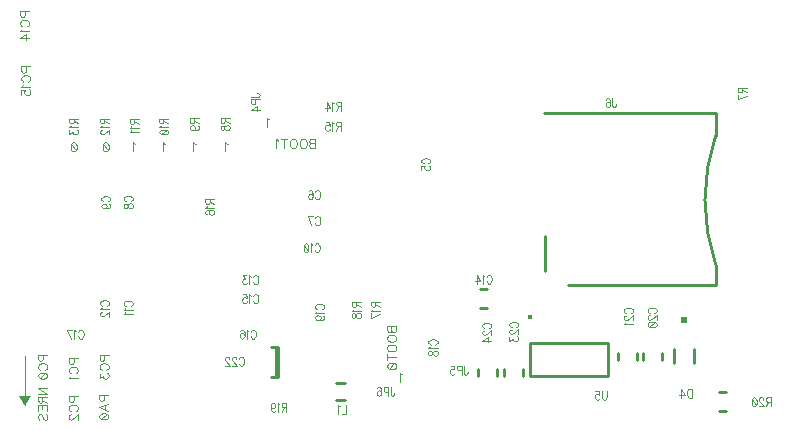
<source format=gbr>
G04 DipTrace 3.2.0.1*
G04 Íèæíÿÿìàðêèðîâêà.gbr*
%MOMM*%
G04 #@! TF.FileFunction,Legend,Bot*
G04 #@! TF.Part,Single*
%ADD10C,0.25*%
%ADD22C,0.1*%
%ADD29O,0.60012X0.59973*%
%ADD48O,0.39124X0.39193*%
%ADD110C,0.11765*%
%FSLAX35Y35*%
G04*
G71*
G90*
G75*
G01*
G04 BotSilk*
%LPD*%
X5009920Y2610080D2*
D10*
X4950080D1*
X5009920Y2769920D2*
X4950080D1*
X6330080Y2170080D2*
Y2229920D1*
X6489920Y2170080D2*
Y2229920D1*
X6120080Y2170080D2*
Y2229920D1*
X6279920Y2170080D2*
Y2229920D1*
X3221000Y2024990D2*
Y2275010D1*
X3239920Y2024990D2*
Y2275010D1*
Y2024990D2*
X3180080D1*
X3239920Y2275010D2*
X3180080D1*
X5150080Y2030080D2*
Y2089920D1*
X5309920Y2030080D2*
Y2089920D1*
X4930080Y2030080D2*
Y2089920D1*
X5089920Y2030080D2*
Y2089920D1*
X6594986Y2259977D2*
Y2139975D1*
X6765014Y2259977D2*
Y2139975D1*
D29*
X6680000Y2505014D3*
X6944993Y2977992D2*
D10*
G02X6944674Y4066352I1587237J544647D01*
G01*
X5694970Y2801998D2*
X6945313Y2802908D1*
X6944674Y4066352D2*
X6944993Y4257998D1*
X5495056D1*
X6944993Y2812008D2*
X6944674Y2976354D1*
X5496335Y3222054D2*
Y2921936D1*
X3810068Y1829920D2*
X3730058D1*
X3810068Y1969920D2*
X3730058D1*
X7029920Y1740080D2*
X6970080D1*
X7029920Y1899920D2*
X6970080D1*
D48*
X5372644Y2536694D3*
X5370004Y2309999D2*
D10*
X6029972D1*
X5370004Y2030001D2*
X6029972D1*
Y2309999D2*
Y2030001D1*
X5370004Y2309999D2*
Y2030001D1*
X1100000Y1789877D2*
D22*
Y2200000D1*
G36*
X1150000Y1859877D2*
X1100000Y1779877D1*
X1050000Y1859877D1*
X1060000D1*
X1150000D1*
G37*
X4471602Y3832963D2*
D110*
X4464358Y3835861D1*
X4457030Y3841723D1*
X4453408Y3847518D1*
Y3859176D1*
X4457030Y3865038D1*
X4464358Y3870833D1*
X4471602Y3873798D1*
X4482552Y3876696D1*
X4500830D1*
X4511696Y3873798D1*
X4519024Y3870833D1*
X4526268Y3865038D1*
X4529974Y3859176D1*
Y3847518D1*
X4526268Y3841723D1*
X4519024Y3835861D1*
X4511696Y3832963D1*
X4453492Y3779167D2*
Y3808277D1*
X4486258Y3811175D1*
X4482636Y3808277D1*
X4478930Y3799517D1*
Y3790825D1*
X4482636Y3782065D1*
X4489880Y3776202D1*
X4500830Y3773305D1*
X4508074D1*
X4519024Y3776202D1*
X4526352Y3782065D1*
X4529974Y3790825D1*
Y3799517D1*
X4526352Y3808277D1*
X4522646Y3811175D1*
X4515402Y3814140D1*
X3551481Y3588398D2*
X3554378Y3595642D1*
X3560241Y3602970D1*
X3566036Y3606592D1*
X3577693D1*
X3583556Y3602970D1*
X3589351Y3595642D1*
X3592316Y3588398D1*
X3595213Y3577448D1*
Y3559170D1*
X3592316Y3548304D1*
X3589351Y3540976D1*
X3583556Y3533732D1*
X3577693Y3530026D1*
X3566036D1*
X3560241Y3533732D1*
X3554378Y3540976D1*
X3551481Y3548304D1*
X3497684Y3595642D2*
X3500582Y3602886D1*
X3509342Y3606508D1*
X3515137D1*
X3523897Y3602886D1*
X3529759Y3591936D1*
X3532657Y3573742D1*
Y3555548D1*
X3529759Y3540976D1*
X3523897Y3533648D1*
X3515137Y3530026D1*
X3512239D1*
X3503547Y3533648D1*
X3497684Y3540976D1*
X3494787Y3551926D1*
Y3555548D1*
X3497684Y3566498D1*
X3503547Y3573742D1*
X3512239Y3577364D1*
X3515137D1*
X3523897Y3573742D1*
X3529759Y3566498D1*
X3532657Y3555548D1*
X3552963Y3368398D2*
X3555861Y3375642D1*
X3561723Y3382970D1*
X3567518Y3386592D1*
X3579176D1*
X3585038Y3382970D1*
X3590833Y3375642D1*
X3593798Y3368398D1*
X3596696Y3357448D1*
Y3339170D1*
X3593798Y3328304D1*
X3590833Y3320976D1*
X3585038Y3313732D1*
X3579176Y3310026D1*
X3567518D1*
X3561723Y3313732D1*
X3555861Y3320976D1*
X3552963Y3328304D1*
X3522482Y3310026D2*
X3493304Y3386508D1*
X3534139D1*
X1951602Y3512930D2*
X1944358Y3515827D1*
X1937030Y3521690D1*
X1933408Y3527485D1*
Y3539142D1*
X1937030Y3545005D1*
X1944358Y3550800D1*
X1951602Y3553765D1*
X1962552Y3556662D1*
X1980830D1*
X1991696Y3553764D1*
X1999024Y3550800D1*
X2006268Y3545004D1*
X2009974Y3539142D1*
Y3527484D1*
X2006268Y3521689D1*
X1999024Y3515827D1*
X1991696Y3512929D1*
X1933492Y3479551D2*
X1937114Y3488244D1*
X1944358Y3491209D1*
X1951686D1*
X1958930Y3488244D1*
X1962636Y3482449D1*
X1966258Y3470791D1*
X1969880Y3462031D1*
X1977208Y3456236D1*
X1984452Y3453338D1*
X1995402D1*
X2002646Y3456236D1*
X2006352Y3459133D1*
X2009974Y3467893D1*
Y3479551D1*
X2006352Y3488243D1*
X2002646Y3491208D1*
X1995402Y3494106D1*
X1984452D1*
X1977208Y3491208D1*
X1969880Y3485346D1*
X1966258Y3476653D1*
X1962636Y3464996D1*
X1958930Y3459133D1*
X1951686Y3456236D1*
X1944358D1*
X1937114Y3459133D1*
X1933492Y3467893D1*
Y3479551D1*
X1761602Y3511514D2*
X1754358Y3514412D1*
X1747030Y3520274D1*
X1743408Y3526070D1*
Y3537727D1*
X1747030Y3543589D1*
X1754358Y3549385D1*
X1761602Y3552349D1*
X1772552Y3555247D1*
X1790830D1*
X1801696Y3552349D1*
X1809024Y3549384D1*
X1816268Y3543589D1*
X1819974Y3537727D1*
Y3526069D1*
X1816268Y3520274D1*
X1809024Y3514412D1*
X1801696Y3511514D1*
X1768930Y3454753D2*
X1779880Y3457718D1*
X1787208Y3463513D1*
X1790830Y3472273D1*
Y3475171D1*
X1787208Y3483931D1*
X1779880Y3489726D1*
X1768930Y3492691D1*
X1765308D1*
X1754358Y3489726D1*
X1747114Y3483931D1*
X1743492Y3475171D1*
Y3472273D1*
X1747114Y3463513D1*
X1754358Y3457718D1*
X1768930Y3454753D1*
X1787208D1*
X1805402Y3457718D1*
X1816352Y3463513D1*
X1819974Y3472273D1*
Y3478068D1*
X1816352Y3486828D1*
X1809024Y3489726D1*
X3549686Y3138398D2*
X3552584Y3145642D1*
X3558446Y3152970D1*
X3564241Y3156592D1*
X3575899D1*
X3581761Y3152970D1*
X3587556Y3145642D1*
X3590521Y3138398D1*
X3593419Y3127448D1*
Y3109170D1*
X3590521Y3098304D1*
X3587556Y3090976D1*
X3581761Y3083732D1*
X3575899Y3080026D1*
X3564241D1*
X3558446Y3083732D1*
X3552584Y3090976D1*
X3549686Y3098304D1*
X3530862Y3141936D2*
X3525000Y3145642D1*
X3516240Y3156508D1*
Y3080026D1*
X3479896Y3156508D2*
X3488656Y3152886D1*
X3494519Y3141936D1*
X3497416Y3123742D1*
Y3112792D1*
X3494519Y3094598D1*
X3488656Y3083648D1*
X3479896Y3080026D1*
X3474101D1*
X3465341Y3083648D1*
X3459546Y3094598D1*
X3456581Y3112792D1*
Y3123742D1*
X3459546Y3141936D1*
X3465341Y3152886D1*
X3474101Y3156508D1*
X3479896D1*
X3459546Y3141936D2*
X3494519Y3094598D1*
X1951602Y2626580D2*
X1944358Y2629477D1*
X1937030Y2635340D1*
X1933408Y2641135D1*
Y2652792D1*
X1937030Y2658655D1*
X1944358Y2664450D1*
X1951602Y2667415D1*
X1962552Y2670312D1*
X1980830D1*
X1991696Y2667415D1*
X1999024Y2664450D1*
X2006268Y2658655D1*
X2009974Y2652792D1*
Y2641135D1*
X2006268Y2635340D1*
X1999024Y2629477D1*
X1991696Y2626580D1*
X1948064Y2607756D2*
X1944358Y2601894D1*
X1933492Y2593134D1*
X2009974D1*
X1948064Y2574310D2*
X1944358Y2568448D1*
X1933492Y2559688D1*
X2009974D1*
X1751602Y2629686D2*
X1744358Y2632584D1*
X1737030Y2638446D1*
X1733408Y2644241D1*
Y2655899D1*
X1737030Y2661761D1*
X1744358Y2667556D1*
X1751602Y2670521D1*
X1762552Y2673419D1*
X1780830D1*
X1791696Y2670521D1*
X1799024Y2667556D1*
X1806268Y2661761D1*
X1809974Y2655899D1*
Y2644241D1*
X1806268Y2638446D1*
X1799024Y2632584D1*
X1791696Y2629686D1*
X1748064Y2610863D2*
X1744358Y2605000D1*
X1733492Y2596240D1*
X1809974D1*
X1751686Y2574452D2*
X1748064D1*
X1740736Y2571554D1*
X1737114Y2568657D1*
X1733492Y2562794D1*
Y2551137D1*
X1737114Y2545342D1*
X1740736Y2542444D1*
X1748064Y2539479D1*
X1755308D1*
X1762636Y2542444D1*
X1773502Y2548239D1*
X1809974Y2577417D1*
Y2536582D1*
X3029686Y2868398D2*
X3032584Y2875642D1*
X3038446Y2882970D1*
X3044241Y2886592D1*
X3055899D1*
X3061761Y2882970D1*
X3067556Y2875642D1*
X3070521Y2868398D1*
X3073419Y2857448D1*
Y2839170D1*
X3070521Y2828304D1*
X3067556Y2820976D1*
X3061761Y2813732D1*
X3055899Y2810026D1*
X3044241D1*
X3038446Y2813732D1*
X3032584Y2820976D1*
X3029686Y2828304D1*
X3010862Y2871936D2*
X3005000Y2875642D1*
X2996240Y2886508D1*
Y2810026D1*
X2971554Y2886508D2*
X2939546D1*
X2956999Y2857364D1*
X2948239D1*
X2942444Y2853742D1*
X2939546Y2850120D1*
X2936581Y2839170D1*
Y2831926D1*
X2939546Y2820976D1*
X2945341Y2813648D1*
X2954101Y2810026D1*
X2962861D1*
X2971554Y2813648D1*
X2974452Y2817354D1*
X2977416Y2824598D1*
X5006135Y2873398D2*
X5009032Y2880642D1*
X5014895Y2887970D1*
X5020690Y2891592D1*
X5032347D1*
X5038210Y2887970D1*
X5044005Y2880642D1*
X5046970Y2873398D1*
X5049867Y2862448D1*
Y2844170D1*
X5046970Y2833304D1*
X5044005Y2825976D1*
X5038210Y2818732D1*
X5032347Y2815026D1*
X5020690D1*
X5014895Y2818732D1*
X5009032Y2825976D1*
X5006135Y2833304D1*
X4987311Y2876936D2*
X4981449Y2880642D1*
X4972689Y2891508D1*
Y2815026D1*
X4924688D2*
Y2891508D1*
X4953865Y2840548D1*
X4910133D1*
X3029686Y2708398D2*
X3032584Y2715642D1*
X3038446Y2722970D1*
X3044241Y2726592D1*
X3055899D1*
X3061761Y2722970D1*
X3067556Y2715642D1*
X3070521Y2708398D1*
X3073419Y2697448D1*
Y2679170D1*
X3070521Y2668304D1*
X3067556Y2660976D1*
X3061761Y2653732D1*
X3055899Y2650026D1*
X3044241D1*
X3038446Y2653732D1*
X3032584Y2660976D1*
X3029686Y2668304D1*
X3010862Y2711936D2*
X3005000Y2715642D1*
X2996240Y2726508D1*
Y2650026D1*
X2942444Y2726508D2*
X2971554D1*
X2974452Y2693742D1*
X2971554Y2697364D1*
X2962794Y2701070D1*
X2954101D1*
X2945341Y2697364D1*
X2939479Y2690120D1*
X2936581Y2679170D1*
Y2671926D1*
X2939479Y2660976D1*
X2945341Y2653648D1*
X2954101Y2650026D1*
X2962794D1*
X2971554Y2653648D1*
X2974452Y2657354D1*
X2977416Y2664598D1*
X3008204Y2408398D2*
X3011101Y2415642D1*
X3016964Y2422970D1*
X3022759Y2426592D1*
X3034416D1*
X3040279Y2422970D1*
X3046074Y2415642D1*
X3049039Y2408398D1*
X3051936Y2397448D1*
Y2379170D1*
X3049039Y2368304D1*
X3046074Y2360976D1*
X3040279Y2353732D1*
X3034416Y2350026D1*
X3022759D1*
X3016964Y2353732D1*
X3011101Y2360976D1*
X3008204Y2368304D1*
X2989380Y2411936D2*
X2983518Y2415642D1*
X2974758Y2426508D1*
Y2350026D1*
X2920961Y2415642D2*
X2923859Y2422886D1*
X2932619Y2426508D1*
X2938414D1*
X2947174Y2422886D1*
X2953036Y2411936D1*
X2955934Y2393742D1*
Y2375548D1*
X2953036Y2360976D1*
X2947174Y2353648D1*
X2938414Y2350026D1*
X2935516D1*
X2926824Y2353648D1*
X2920961Y2360976D1*
X2918064Y2371926D1*
Y2375548D1*
X2920961Y2386498D1*
X2926824Y2393742D1*
X2935516Y2397364D1*
X2938414D1*
X2947174Y2393742D1*
X2953036Y2386498D1*
X2955934Y2375548D1*
X1549686Y2408398D2*
X1552584Y2415642D1*
X1558446Y2422970D1*
X1564241Y2426592D1*
X1575899D1*
X1581761Y2422970D1*
X1587556Y2415642D1*
X1590521Y2408398D1*
X1593419Y2397448D1*
Y2379170D1*
X1590521Y2368304D1*
X1587556Y2360976D1*
X1581761Y2353732D1*
X1575899Y2350026D1*
X1564241D1*
X1558446Y2353732D1*
X1552584Y2360976D1*
X1549686Y2368304D1*
X1530862Y2411936D2*
X1525000Y2415642D1*
X1516240Y2426508D1*
Y2350026D1*
X1485759D2*
X1456581Y2426508D1*
X1497416D1*
X4531602Y2299652D2*
X4524358Y2302550D1*
X4517030Y2308412D1*
X4513408Y2314208D1*
Y2325865D1*
X4517030Y2331728D1*
X4524358Y2337523D1*
X4531602Y2340487D1*
X4542552Y2343385D1*
X4560830D1*
X4571696Y2340487D1*
X4579024Y2337522D1*
X4586268Y2331727D1*
X4589974Y2325865D1*
Y2314207D1*
X4586268Y2308412D1*
X4579024Y2302550D1*
X4571696Y2299652D1*
X4528064Y2280829D2*
X4524358Y2274967D1*
X4513492Y2266207D1*
X4589974Y2266206D1*
X4513492Y2232828D2*
X4517114Y2241521D1*
X4524358Y2244486D1*
X4531686D1*
X4538930Y2241521D1*
X4542636Y2235726D1*
X4546258Y2224068D1*
X4549880Y2215308D1*
X4557208Y2209513D1*
X4564452Y2206615D1*
X4575402D1*
X4582646Y2209513D1*
X4586352Y2212410D1*
X4589974Y2221170D1*
Y2232828D1*
X4586352Y2241520D1*
X4582646Y2244485D1*
X4575402Y2247383D1*
X4564452D1*
X4557208Y2244485D1*
X4549880Y2238623D1*
X4546258Y2229930D1*
X4542636Y2218273D1*
X4538930Y2212410D1*
X4531686Y2209513D1*
X4524358D1*
X4517114Y2212410D1*
X4513492Y2221170D1*
Y2232828D1*
X3571602Y2598237D2*
X3564358Y2601135D1*
X3557030Y2606997D1*
X3553408Y2612792D1*
Y2624450D1*
X3557030Y2630312D1*
X3564358Y2636107D1*
X3571602Y2639072D1*
X3582552Y2641970D1*
X3600830D1*
X3611696Y2639072D1*
X3619024Y2636107D1*
X3626268Y2630312D1*
X3629974Y2624450D1*
Y2612792D1*
X3626268Y2606997D1*
X3619024Y2601135D1*
X3611696Y2598237D1*
X3568064Y2579414D2*
X3564358Y2573551D1*
X3553492Y2564791D1*
X3629974D1*
X3578930Y2508030D2*
X3589880Y2510995D1*
X3597208Y2516790D1*
X3600830Y2525550D1*
Y2528448D1*
X3597208Y2537208D1*
X3589880Y2543003D1*
X3578930Y2545968D1*
X3575308D1*
X3564358Y2543003D1*
X3557114Y2537208D1*
X3553492Y2528448D1*
Y2525550D1*
X3557114Y2516790D1*
X3564358Y2510995D1*
X3578930Y2508030D1*
X3597208D1*
X3615402Y2510995D1*
X3626352Y2516790D1*
X3629974Y2525550D1*
Y2531345D1*
X3626352Y2540105D1*
X3619024Y2543003D1*
X6386602Y2567792D2*
X6379358Y2570690D1*
X6372030Y2576552D1*
X6368408Y2582348D1*
Y2594005D1*
X6372030Y2599867D1*
X6379358Y2605663D1*
X6386602Y2608627D1*
X6397552Y2611525D1*
X6415830D1*
X6426696Y2608627D1*
X6434024Y2605662D1*
X6441268Y2599867D1*
X6444974Y2594005D1*
Y2582347D1*
X6441268Y2576552D1*
X6434024Y2570690D1*
X6426696Y2567792D1*
X6386686Y2546004D2*
X6383064D1*
X6375736Y2543106D1*
X6372114Y2540209D1*
X6368492Y2534347D1*
Y2522689D1*
X6372114Y2516894D1*
X6375736Y2513996D1*
X6383064Y2511031D1*
X6390308D1*
X6397636Y2513996D1*
X6408502Y2519791D1*
X6444974Y2548969D1*
Y2508134D1*
X6368492Y2471790D2*
X6372114Y2480550D1*
X6383064Y2486413D1*
X6401258Y2489310D1*
X6412208D1*
X6430402Y2486413D1*
X6441352Y2480550D1*
X6444974Y2471790D1*
Y2465995D1*
X6441352Y2457235D1*
X6430402Y2451440D1*
X6412208Y2448475D1*
X6401258D1*
X6383064Y2451440D1*
X6372114Y2457235D1*
X6368492Y2465995D1*
Y2471790D1*
X6383064Y2451440D2*
X6430402Y2486413D1*
X6186602Y2564686D2*
X6179358Y2567584D1*
X6172030Y2573446D1*
X6168408Y2579241D1*
Y2590899D1*
X6172030Y2596761D1*
X6179358Y2602556D1*
X6186602Y2605521D1*
X6197552Y2608419D1*
X6215830D1*
X6226696Y2605521D1*
X6234024Y2602556D1*
X6241268Y2596761D1*
X6244974Y2590899D1*
Y2579241D1*
X6241268Y2573446D1*
X6234024Y2567584D1*
X6226696Y2564686D1*
X6186686Y2542898D2*
X6183064D1*
X6175736Y2540000D1*
X6172114Y2537103D1*
X6168492Y2531240D1*
Y2519583D1*
X6172114Y2513788D1*
X6175736Y2510890D1*
X6183064Y2507925D1*
X6190308D1*
X6197636Y2510890D1*
X6208502Y2516685D1*
X6244974Y2545863D1*
Y2505028D1*
X6183064Y2486204D2*
X6179358Y2480342D1*
X6168492Y2471582D1*
X6244974D1*
X2907792Y2178398D2*
X2910690Y2185642D1*
X2916552Y2192970D1*
X2922347Y2196592D1*
X2934005D1*
X2939867Y2192970D1*
X2945662Y2185642D1*
X2948627Y2178398D1*
X2951525Y2167448D1*
Y2149170D1*
X2948627Y2138304D1*
X2945662Y2130976D1*
X2939867Y2123732D1*
X2934005Y2120026D1*
X2922347D1*
X2916552Y2123732D1*
X2910690Y2130976D1*
X2907792Y2138304D1*
X2886004Y2178314D2*
Y2181936D1*
X2883106Y2189264D1*
X2880209Y2192886D1*
X2874346Y2196508D1*
X2862689D1*
X2856894Y2192886D1*
X2853996Y2189264D1*
X2851031Y2181936D1*
Y2174692D1*
X2853996Y2167364D1*
X2859791Y2156498D1*
X2888969Y2120026D1*
X2848134D1*
X2826345Y2178314D2*
Y2181936D1*
X2823448Y2189264D1*
X2820550Y2192886D1*
X2814688Y2196508D1*
X2803030D1*
X2797235Y2192886D1*
X2794338Y2189264D1*
X2791373Y2181936D1*
Y2174692D1*
X2794338Y2167364D1*
X2800133Y2156498D1*
X2829310Y2120026D1*
X2788475D1*
X5216602Y2447792D2*
X5209358Y2450690D1*
X5202030Y2456552D1*
X5198408Y2462348D1*
Y2474005D1*
X5202030Y2479867D1*
X5209358Y2485663D1*
X5216602Y2488627D1*
X5227552Y2491525D1*
X5245830D1*
X5256696Y2488627D1*
X5264024Y2485662D1*
X5271268Y2479867D1*
X5274974Y2474005D1*
Y2462347D1*
X5271268Y2456552D1*
X5264024Y2450690D1*
X5256696Y2447792D1*
X5216686Y2426004D2*
X5213064D1*
X5205736Y2423106D1*
X5202114Y2420209D1*
X5198492Y2414347D1*
Y2402689D1*
X5202114Y2396894D1*
X5205736Y2393996D1*
X5213064Y2391031D1*
X5220308D1*
X5227636Y2393996D1*
X5238502Y2399791D1*
X5274974Y2428969D1*
Y2388134D1*
X5198492Y2363448D2*
Y2331440D1*
X5227636Y2348893D1*
Y2340133D1*
X5231258Y2334338D1*
X5234880Y2331440D1*
X5245830Y2328475D1*
X5253074D1*
X5264024Y2331440D1*
X5271352Y2337235D1*
X5274974Y2345995D1*
Y2354755D1*
X5271352Y2363448D1*
X5267646Y2366345D1*
X5260402Y2369310D1*
X4986602Y2439241D2*
X4979358Y2442139D1*
X4972030Y2448001D1*
X4968408Y2453796D1*
Y2465454D1*
X4972030Y2471316D1*
X4979358Y2477111D1*
X4986602Y2480076D1*
X4997552Y2482974D1*
X5015830D1*
X5026696Y2480076D1*
X5034024Y2477111D1*
X5041268Y2471316D1*
X5044974Y2465454D1*
Y2453796D1*
X5041268Y2448001D1*
X5034024Y2442139D1*
X5026696Y2439241D1*
X4986686Y2417453D2*
X4983064D1*
X4975736Y2414555D1*
X4972114Y2411658D1*
X4968492Y2405795D1*
Y2394138D1*
X4972114Y2388343D1*
X4975736Y2385445D1*
X4983064Y2382480D1*
X4990308D1*
X4997636Y2385445D1*
X5008502Y2391240D1*
X5044974Y2420418D1*
Y2379583D1*
Y2331582D2*
X4968492D1*
X5019452Y2360759D1*
Y2317027D1*
X6741696Y1926592D2*
Y1850026D1*
X6721278D1*
X6712518Y1853732D1*
X6706656Y1860976D1*
X6703758Y1868304D1*
X6700861Y1879170D1*
Y1897448D1*
X6703758Y1908398D1*
X6706656Y1915642D1*
X6712518Y1922970D1*
X6721278Y1926592D1*
X6741696D1*
X6652859Y1850026D2*
Y1926508D1*
X6682037Y1875548D1*
X6638304D1*
X6069415Y4383592D2*
Y4325304D1*
X6072312Y4314354D1*
X6075277Y4310732D1*
X6081072Y4307026D1*
X6086935D1*
X6092730Y4310732D1*
X6095627Y4314354D1*
X6098592Y4325304D1*
Y4332548D1*
X6015619Y4372642D2*
X6018516Y4379886D1*
X6027276Y4383508D1*
X6033071D1*
X6041831Y4379886D1*
X6047694Y4368936D1*
X6050591Y4350742D1*
Y4332548D1*
X6047694Y4317976D1*
X6041831Y4310648D1*
X6033071Y4307026D1*
X6030174D1*
X6021481Y4310648D1*
X6015619Y4317976D1*
X6012721Y4328926D1*
Y4332548D1*
X6015619Y4343498D1*
X6021481Y4350742D1*
X6030174Y4354364D1*
X6033071D1*
X6041831Y4350742D1*
X6047694Y4343498D1*
X6050591Y4332548D1*
X3008408Y4396519D2*
X3066696D1*
X3077646Y4399416D1*
X3081268Y4402381D1*
X3084974Y4408176D1*
Y4414039D1*
X3081268Y4419834D1*
X3077646Y4422731D1*
X3066696Y4425696D1*
X3059452D1*
X3048502Y4377695D2*
Y4351415D1*
X3044880Y4342723D1*
X3041174Y4339758D1*
X3033930Y4336860D1*
X3022980D1*
X3015736Y4339758D1*
X3012030Y4342723D1*
X3008408Y4351415D1*
Y4377695D1*
X3084974D1*
Y4288859D2*
X3008492D1*
X3059452Y4318037D1*
Y4274304D1*
X4815070Y2121592D2*
Y2063304D1*
X4817967Y2052354D1*
X4820932Y2048732D1*
X4826727Y2045026D1*
X4832590D1*
X4838385Y2048732D1*
X4841282Y2052354D1*
X4844247Y2063304D1*
Y2070548D1*
X4796246Y2081498D2*
X4769966D1*
X4761274Y2085120D1*
X4758309Y2088826D1*
X4755411Y2096070D1*
Y2107020D1*
X4758309Y2114264D1*
X4761274Y2117970D1*
X4769966Y2121592D1*
X4796246D1*
Y2045026D1*
X4701615Y2121508D2*
X4730725D1*
X4733623Y2088742D1*
X4730725Y2092364D1*
X4721965Y2096070D1*
X4713273D1*
X4704513Y2092364D1*
X4698650Y2085120D1*
X4695753Y2074170D1*
Y2066926D1*
X4698650Y2055976D1*
X4704513Y2048648D1*
X4713273Y2045026D1*
X4721965D1*
X4730725Y2048648D1*
X4733623Y2052354D1*
X4736588Y2059598D1*
X4193587Y1941592D2*
Y1883304D1*
X4196485Y1872354D1*
X4199450Y1868732D1*
X4205245Y1865026D1*
X4211107D1*
X4216902Y1868732D1*
X4219800Y1872354D1*
X4222765Y1883304D1*
Y1890548D1*
X4174764Y1901498D2*
X4148484D1*
X4139791Y1905120D1*
X4136826Y1908826D1*
X4133929Y1916070D1*
Y1927020D1*
X4136826Y1934264D1*
X4139791Y1937970D1*
X4148484Y1941592D1*
X4174764D1*
Y1865026D1*
X4080133Y1930642D2*
X4083030Y1937886D1*
X4091790Y1941508D1*
X4097585D1*
X4106345Y1937886D1*
X4112208Y1926936D1*
X4115105Y1908742D1*
Y1890548D1*
X4112208Y1875976D1*
X4106345Y1868648D1*
X4097585Y1865026D1*
X4094688D1*
X4085995Y1868648D1*
X4080133Y1875976D1*
X4077235Y1886926D1*
Y1890548D1*
X4080133Y1901498D1*
X4085995Y1908742D1*
X4094688Y1912364D1*
X4097585D1*
X4106345Y1908742D1*
X4112208Y1901498D1*
X4115105Y1890548D1*
X3814209Y1791592D2*
Y1715026D1*
X3779237D1*
X3760413Y1776936D2*
X3754551Y1780642D1*
X3745791Y1791508D1*
Y1715026D1*
X7169880Y4475247D2*
Y4449034D1*
X7166174Y4440274D1*
X7162552Y4437310D1*
X7155308Y4434412D1*
X7147980D1*
X7140736Y4437310D1*
X7137030Y4440274D1*
X7133408Y4449034D1*
Y4475247D1*
X7209974D1*
X7169880Y4454829D2*
X7209974Y4434412D1*
Y4403931D2*
X7133492Y4374753D1*
Y4415589D1*
X2789880Y4215213D2*
Y4189001D1*
X2786174Y4180241D1*
X2782552Y4177276D1*
X2775308Y4174378D1*
X2767980D1*
X2760736Y4177276D1*
X2757030Y4180241D1*
X2753408Y4189001D1*
Y4215213D1*
X2829974D1*
X2789880Y4194796D2*
X2829974Y4174378D1*
X2753492Y4141000D2*
X2757114Y4149692D1*
X2764358Y4152657D1*
X2771686D1*
X2778930Y4149692D1*
X2782636Y4143897D1*
X2786258Y4132240D1*
X2789880Y4123480D1*
X2797208Y4117685D1*
X2804452Y4114787D1*
X2815402D1*
X2822646Y4117685D1*
X2826352Y4120582D1*
X2829974Y4129342D1*
Y4141000D1*
X2826352Y4149692D1*
X2822646Y4152657D1*
X2815402Y4155555D1*
X2804452D1*
X2797208Y4152657D1*
X2789880Y4146795D1*
X2786258Y4138102D1*
X2782636Y4126445D1*
X2778930Y4120582D1*
X2771686Y4117685D1*
X2764358D1*
X2757114Y4120582D1*
X2753492Y4129342D1*
Y4141000D1*
X2529880Y4213798D2*
Y4187586D1*
X2526174Y4178826D1*
X2522552Y4175861D1*
X2515308Y4172963D1*
X2507980D1*
X2500736Y4175861D1*
X2497030Y4178826D1*
X2493408Y4187586D1*
Y4213798D1*
X2569974D1*
X2529880Y4193381D2*
X2569974Y4172963D1*
X2518930Y4116202D2*
X2529880Y4119167D1*
X2537208Y4124962D1*
X2540830Y4133722D1*
Y4136620D1*
X2537208Y4145380D1*
X2529880Y4151175D1*
X2518930Y4154140D1*
X2515308D1*
X2504358Y4151175D1*
X2497114Y4145380D1*
X2493492Y4136620D1*
Y4133722D1*
X2497114Y4124962D1*
X2504358Y4119167D1*
X2518930Y4116202D1*
X2537208D1*
X2555402Y4119167D1*
X2566352Y4124962D1*
X2569974Y4133722D1*
Y4139517D1*
X2566352Y4148277D1*
X2559024Y4151175D1*
X2269880Y4211970D2*
Y4185757D1*
X2266174Y4176997D1*
X2262552Y4174032D1*
X2255308Y4171135D1*
X2247980D1*
X2240736Y4174032D1*
X2237030Y4176997D1*
X2233408Y4185757D1*
Y4211970D1*
X2309974D1*
X2269880Y4191552D2*
X2309974Y4171135D1*
X2248064Y4152311D2*
X2244358Y4146449D1*
X2233492Y4137689D1*
X2309974D1*
X2233492Y4101346D2*
X2237114Y4110106D1*
X2248064Y4115968D1*
X2266258Y4118865D1*
X2277208D1*
X2295402Y4115968D1*
X2306352Y4110105D1*
X2309974Y4101345D1*
Y4095550D1*
X2306352Y4086790D1*
X2295402Y4080995D1*
X2277208Y4078030D1*
X2266258D1*
X2248064Y4080995D1*
X2237114Y4086790D1*
X2233492Y4095550D1*
Y4101346D1*
X2248064Y4080995D2*
X2295402Y4115968D1*
X2019880Y4208864D2*
Y4182651D1*
X2016174Y4173891D1*
X2012552Y4170926D1*
X2005308Y4168029D1*
X1997980D1*
X1990736Y4170926D1*
X1987030Y4173891D1*
X1983408Y4182651D1*
Y4208864D1*
X2059974D1*
X2019880Y4188446D2*
X2059974Y4168029D1*
X1998064Y4149205D2*
X1994358Y4143343D1*
X1983492Y4134583D1*
X2059974D1*
X1998064Y4115759D2*
X1994358Y4109897D1*
X1983492Y4101137D1*
X2059974D1*
X1769880Y4211970D2*
Y4185757D1*
X1766174Y4176997D1*
X1762552Y4174032D1*
X1755308Y4171135D1*
X1747980D1*
X1740736Y4174032D1*
X1737030Y4176997D1*
X1733408Y4185757D1*
Y4211970D1*
X1809974D1*
X1769880Y4191552D2*
X1809974Y4171135D1*
X1748064Y4152311D2*
X1744358Y4146449D1*
X1733492Y4137689D1*
X1809974D1*
X1751686Y4115901D2*
X1748064D1*
X1740736Y4113003D1*
X1737114Y4110106D1*
X1733492Y4104243D1*
Y4092586D1*
X1737114Y4086790D1*
X1740736Y4083893D1*
X1748064Y4080928D1*
X1755308D1*
X1762636Y4083893D1*
X1773502Y4089688D1*
X1809974Y4118865D1*
Y4078030D1*
X1509880Y4211970D2*
Y4185757D1*
X1506174Y4176997D1*
X1502552Y4174032D1*
X1495308Y4171135D1*
X1487980D1*
X1480736Y4174032D1*
X1477030Y4176997D1*
X1473408Y4185757D1*
Y4211970D1*
X1549974D1*
X1509880Y4191552D2*
X1549974Y4171135D1*
X1488064Y4152311D2*
X1484358Y4146449D1*
X1473492Y4137689D1*
X1549974D1*
X1473492Y4113003D2*
Y4080995D1*
X1502636Y4098448D1*
Y4089688D1*
X1506258Y4083893D1*
X1509880Y4080995D1*
X1520830Y4078030D1*
X1528074D1*
X1539024Y4080995D1*
X1546352Y4086790D1*
X1549974Y4095550D1*
Y4104310D1*
X1546352Y4113003D1*
X1542646Y4115900D1*
X1535402Y4118865D1*
X3773419Y4320120D2*
X3747206D1*
X3738446Y4323826D1*
X3735481Y4327448D1*
X3732584Y4334692D1*
Y4342020D1*
X3735481Y4349264D1*
X3738446Y4352970D1*
X3747206Y4356592D1*
X3773419D1*
Y4280026D1*
X3753001Y4320120D2*
X3732584Y4280026D1*
X3713760Y4341936D2*
X3707898Y4345642D1*
X3699138Y4356508D1*
Y4280026D1*
X3651136D2*
Y4356508D1*
X3680314Y4305548D1*
X3636581D1*
X3771970Y4150120D2*
X3745757D1*
X3736997Y4153826D1*
X3734032Y4157448D1*
X3731135Y4164692D1*
Y4172020D1*
X3734032Y4179264D1*
X3736997Y4182970D1*
X3745757Y4186592D1*
X3771970D1*
Y4110026D1*
X3751552Y4150120D2*
X3731135Y4110026D1*
X3712311Y4171936D2*
X3706449Y4175642D1*
X3697689Y4186508D1*
Y4110026D1*
X3643893Y4186508D2*
X3673003D1*
X3675900Y4153742D1*
X3673003Y4157364D1*
X3664243Y4161070D1*
X3655550D1*
X3646790Y4157364D1*
X3640928Y4150120D1*
X3638030Y4139170D1*
Y4131926D1*
X3640928Y4120976D1*
X3646790Y4113648D1*
X3655550Y4110026D1*
X3664243D1*
X3673003Y4113648D1*
X3675900Y4117354D1*
X3678865Y4124598D1*
X2659880Y3530487D2*
Y3504275D1*
X2656174Y3495515D1*
X2652552Y3492550D1*
X2645308Y3489652D1*
X2637980D1*
X2630736Y3492550D1*
X2627030Y3495515D1*
X2623408Y3504275D1*
Y3530488D1*
X2699974Y3530487D1*
X2659880Y3510070D2*
X2699974Y3489652D1*
X2638064Y3470829D2*
X2634358Y3464967D1*
X2623492Y3456207D1*
X2699974Y3456206D1*
X2634358Y3402410D2*
X2627114Y3405308D1*
X2623492Y3414068D1*
Y3419863D1*
X2627114Y3428623D1*
X2638064Y3434486D1*
X2656258Y3437383D1*
X2674452D1*
X2689024Y3434485D1*
X2696352Y3428623D1*
X2699974Y3419863D1*
Y3416965D1*
X2696352Y3408273D1*
X2689024Y3402410D1*
X2678074Y3399513D1*
X2674452D1*
X2663502Y3402410D1*
X2656258Y3408273D1*
X2652636Y3416966D1*
Y3419863D1*
X2656258Y3428623D1*
X2663502Y3434485D1*
X2674452Y3437383D1*
X4064880Y2659970D2*
Y2633757D1*
X4061174Y2624997D1*
X4057552Y2622032D1*
X4050308Y2619135D1*
X4042980D1*
X4035736Y2622032D1*
X4032030Y2624997D1*
X4028408Y2633757D1*
Y2659970D1*
X4104974D1*
X4064880Y2639552D2*
X4104974Y2619135D1*
X4043064Y2600311D2*
X4039358Y2594449D1*
X4028492Y2585689D1*
X4104974D1*
Y2555208D2*
X4028492Y2526030D1*
Y2566866D1*
X3901880Y2658936D2*
Y2632724D1*
X3898174Y2623964D1*
X3894552Y2620999D1*
X3887308Y2618101D1*
X3879980D1*
X3872736Y2620999D1*
X3869030Y2623964D1*
X3865408Y2632724D1*
Y2658936D1*
X3941974D1*
X3901880Y2638519D2*
X3941974Y2618101D1*
X3880064Y2599278D2*
X3876358Y2593415D1*
X3865492Y2584655D1*
X3941974D1*
X3865492Y2551277D2*
X3869114Y2559969D1*
X3876358Y2562934D1*
X3883686D1*
X3890930Y2559969D1*
X3894636Y2554174D1*
X3898258Y2542517D1*
X3901880Y2533757D1*
X3909208Y2527962D1*
X3916452Y2525064D1*
X3927402D1*
X3934646Y2527962D1*
X3938352Y2530859D1*
X3941974Y2539619D1*
Y2551277D1*
X3938352Y2559969D1*
X3934646Y2562934D1*
X3927402Y2565832D1*
X3916452D1*
X3909208Y2562934D1*
X3901880Y2557072D1*
X3898258Y2548379D1*
X3894636Y2536722D1*
X3890930Y2530859D1*
X3883686Y2527962D1*
X3876358D1*
X3869114Y2530859D1*
X3865492Y2539619D1*
Y2551277D1*
X3310521Y1770120D2*
X3284308D1*
X3275548Y1773826D1*
X3272584Y1777448D1*
X3269686Y1784692D1*
Y1792020D1*
X3272584Y1799264D1*
X3275548Y1802970D1*
X3284308Y1806592D1*
X3310521D1*
Y1730026D1*
X3290104Y1770120D2*
X3269686Y1730026D1*
X3250862Y1791936D2*
X3245000Y1795642D1*
X3236240Y1806508D1*
Y1730026D1*
X3179479Y1781070D2*
X3182444Y1770120D1*
X3188239Y1762792D1*
X3196999Y1759170D1*
X3199896D1*
X3208656Y1762792D1*
X3214452Y1770120D1*
X3217416Y1781070D1*
Y1784692D1*
X3214452Y1795642D1*
X3208656Y1802886D1*
X3199896Y1806508D1*
X3196999D1*
X3188239Y1802886D1*
X3182444Y1795642D1*
X3179479Y1781070D1*
Y1762792D1*
X3182444Y1744598D1*
X3188239Y1733648D1*
X3196999Y1730026D1*
X3202794D1*
X3211554Y1733648D1*
X3214452Y1740976D1*
X7410076Y1815120D2*
X7383864D1*
X7375104Y1818826D1*
X7372139Y1822448D1*
X7369241Y1829692D1*
Y1837020D1*
X7372139Y1844264D1*
X7375104Y1847970D1*
X7383864Y1851592D1*
X7410076D1*
Y1775026D1*
X7389659Y1815120D2*
X7369241Y1775026D1*
X7347453Y1833314D2*
Y1836936D1*
X7344555Y1844264D1*
X7341658Y1847886D1*
X7335795Y1851508D1*
X7324138D1*
X7318342Y1847886D1*
X7315445Y1844264D1*
X7312480Y1836936D1*
Y1829692D1*
X7315445Y1822364D1*
X7321240Y1811498D1*
X7350418Y1775026D1*
X7309582D1*
X7273239Y1851508D2*
X7281999Y1847886D1*
X7287861Y1836936D1*
X7290759Y1818742D1*
Y1807792D1*
X7287861Y1789598D1*
X7281999Y1778648D1*
X7273239Y1775026D1*
X7267444D1*
X7258684Y1778648D1*
X7252889Y1789598D1*
X7249924Y1807792D1*
Y1818742D1*
X7252889Y1836936D1*
X7258684Y1847886D1*
X7267444Y1851508D1*
X7273239D1*
X7252889Y1836936D2*
X7287861Y1789598D1*
X6021774Y1909092D2*
Y1854426D1*
X6018876Y1843476D1*
X6013014Y1836232D1*
X6004254Y1832526D1*
X5998458D1*
X5989698Y1836232D1*
X5983836Y1843476D1*
X5980938Y1854426D1*
Y1909092D1*
X5927142Y1909008D2*
X5956252D1*
X5959150Y1876242D1*
X5956252Y1879864D1*
X5947492Y1883570D1*
X5938800D1*
X5930040Y1879864D1*
X5924177Y1872620D1*
X5921280Y1861670D1*
Y1854426D1*
X5924177Y1843476D1*
X5930040Y1836148D1*
X5938800Y1832526D1*
X5947492D1*
X5956252Y1836148D1*
X5959150Y1839854D1*
X5962115Y1847098D1*
X1106306Y4653699D2*
Y4620849D1*
X1102684Y4609983D1*
X1098978Y4606277D1*
X1091734Y4602655D1*
X1080784D1*
X1073540Y4606277D1*
X1069834Y4609983D1*
X1066212Y4620849D1*
Y4653699D1*
X1142778D1*
X1084406Y4524460D2*
X1077162Y4528082D1*
X1069834Y4535410D1*
X1066212Y4542654D1*
Y4557226D1*
X1069834Y4564554D1*
X1077162Y4571798D1*
X1084406Y4575504D1*
X1095356Y4579126D1*
X1113634D1*
X1124499Y4575504D1*
X1131828Y4571797D1*
X1139071Y4564554D1*
X1142778Y4557226D1*
Y4542654D1*
X1139071Y4535410D1*
X1131828Y4528082D1*
X1124500Y4524460D1*
X1080868Y4500931D2*
X1077162Y4493602D1*
X1066296Y4482652D1*
X1142778D1*
X1066296Y4415407D2*
Y4451795D1*
X1099062Y4455417D1*
X1095440Y4451795D1*
X1091734Y4440845D1*
Y4429979D1*
X1095440Y4419029D1*
X1102684Y4411701D1*
X1113634Y4408079D1*
X1120877D1*
X1131828Y4411701D1*
X1139156Y4419029D1*
X1142778Y4429979D1*
Y4440845D1*
X1139156Y4451795D1*
X1135450Y4455417D1*
X1128206Y4459123D1*
X1096306Y5123697D2*
Y5090847D1*
X1092684Y5079982D1*
X1088978Y5076275D1*
X1081734Y5072654D1*
X1070784D1*
X1063540Y5076276D1*
X1059834Y5079982D1*
X1056212Y5090847D1*
Y5123697D1*
X1132778D1*
X1074406Y4994458D2*
X1067162Y4998080D1*
X1059834Y5005408D1*
X1056212Y5012652D1*
Y5027224D1*
X1059834Y5034552D1*
X1067162Y5041796D1*
X1074406Y5045502D1*
X1085356Y5049124D1*
X1103634D1*
X1114499Y5045502D1*
X1121828Y5041796D1*
X1129071Y5034552D1*
X1132778Y5027224D1*
Y5012652D1*
X1129071Y5005408D1*
X1121828Y4998080D1*
X1114500Y4994458D1*
X1070868Y4970929D2*
X1067162Y4963601D1*
X1056296Y4952651D1*
X1132778D1*
Y4892650D2*
X1056296D1*
X1107256Y4929122D1*
Y4874456D1*
X1248502Y2214118D2*
Y2181268D1*
X1244880Y2170402D1*
X1241174Y2166696D1*
X1233930Y2163074D1*
X1222980D1*
X1215737Y2166696D1*
X1212030Y2170402D1*
X1208409Y2181268D1*
Y2214118D1*
X1284974D1*
X1226602Y2084879D2*
X1219359Y2088501D1*
X1212030Y2095829D1*
X1208409Y2103073D1*
Y2117645D1*
X1212030Y2124973D1*
X1219359Y2132217D1*
X1226602Y2135923D1*
X1237552Y2139545D1*
X1255830D1*
X1266696Y2135923D1*
X1274024Y2132217D1*
X1281268Y2124973D1*
X1284974Y2117645D1*
Y2103073D1*
X1281268Y2095829D1*
X1274024Y2088501D1*
X1266696Y2084879D1*
X1208493Y2039450D2*
X1212115Y2050400D1*
X1223065Y2057728D1*
X1241259Y2061350D1*
X1252209D1*
X1270402Y2057728D1*
X1281352Y2050400D1*
X1284974Y2039450D1*
Y2032206D1*
X1281352Y2021256D1*
X1270402Y2014012D1*
X1252208Y2010306D1*
X1241258D1*
X1223065Y2014012D1*
X1212115Y2021256D1*
X1208493Y2032206D1*
Y2039450D1*
X1223065Y2014012D2*
X1270402Y2057728D1*
X1766306Y1873697D2*
Y1840847D1*
X1762684Y1829982D1*
X1758978Y1826276D1*
X1751734Y1822654D1*
X1740784D1*
X1733540Y1826276D1*
X1729834Y1829982D1*
X1726212Y1840848D1*
Y1873698D1*
X1802778Y1873697D1*
Y1740752D2*
X1726212Y1769981D1*
X1802778Y1799124D1*
X1777256Y1788174D2*
Y1751702D1*
X1726296Y1695323D2*
X1729918Y1706273D1*
X1740868Y1713601D1*
X1759062Y1717223D1*
X1770012D1*
X1788206Y1713601D1*
X1799156Y1706273D1*
X1802778Y1695323D1*
Y1688079D1*
X1799156Y1677129D1*
X1788206Y1669886D1*
X1770012Y1666179D1*
X1759062D1*
X1740868Y1669886D1*
X1729918Y1677129D1*
X1726296Y1688079D1*
Y1695323D1*
X1740868Y1669886D2*
X1788206Y1713601D1*
X1208409Y1883073D2*
X1284974D1*
X1208408Y1934117D1*
X1284974Y1934116D1*
X1244880Y1859543D2*
Y1826778D1*
X1241174Y1815828D1*
X1237552Y1812121D1*
X1230309Y1808499D1*
X1222980D1*
X1215737Y1812121D1*
X1212030Y1815828D1*
X1208409Y1826778D1*
Y1859543D1*
X1284974D1*
X1244880Y1834021D2*
X1284974Y1808499D1*
X1208409Y1737633D2*
Y1784970D1*
X1284974D1*
Y1737632D1*
X1244880Y1784970D2*
Y1755826D1*
X1219358Y1663059D2*
X1212030Y1670303D1*
X1208408Y1681253D1*
Y1695825D1*
X1212030Y1706775D1*
X1219359Y1714103D1*
X1226602D1*
X1233930Y1710397D1*
X1237552Y1706775D1*
X1241174Y1699531D1*
X1248502Y1677631D1*
X1252124Y1670303D1*
X1255830Y1666681D1*
X1263074Y1663059D1*
X1274024D1*
X1281268Y1670303D1*
X1284974Y1681253D1*
Y1695825D1*
X1281268Y1706775D1*
X1274024Y1714103D1*
X1508502Y2184119D2*
Y2151269D1*
X1504880Y2140403D1*
X1501174Y2136697D1*
X1493930Y2133075D1*
X1482980D1*
X1475737Y2136697D1*
X1472030Y2140403D1*
X1468409Y2151269D1*
Y2184119D1*
X1544974D1*
X1486602Y2054880D2*
X1479359Y2058502D1*
X1472030Y2065830D1*
X1468409Y2073074D1*
Y2087646D1*
X1472030Y2094974D1*
X1479359Y2102218D1*
X1486602Y2105924D1*
X1497552Y2109546D1*
X1515830D1*
X1526696Y2105924D1*
X1534024Y2102218D1*
X1541268Y2094974D1*
X1544974Y2087646D1*
Y2073074D1*
X1541268Y2065830D1*
X1534024Y2058502D1*
X1526696Y2054880D1*
X1483065Y2031351D2*
X1479358Y2024023D1*
X1468493Y2013073D1*
X1544974D1*
X1768502Y2214118D2*
Y2181268D1*
X1764880Y2170402D1*
X1761174Y2166696D1*
X1753930Y2163074D1*
X1742980D1*
X1735737Y2166696D1*
X1732030Y2170402D1*
X1728409Y2181268D1*
Y2214118D1*
X1804974D1*
X1746602Y2084879D2*
X1739359Y2088501D1*
X1732030Y2095829D1*
X1728409Y2103073D1*
Y2117645D1*
X1732030Y2124973D1*
X1739359Y2132217D1*
X1746602Y2135923D1*
X1757552Y2139545D1*
X1775830D1*
X1786696Y2135923D1*
X1794024Y2132217D1*
X1801268Y2124973D1*
X1804974Y2117645D1*
Y2103073D1*
X1801268Y2095829D1*
X1794024Y2088501D1*
X1786696Y2084879D1*
X1728493Y2054022D2*
Y2014012D1*
X1757637Y2035828D1*
Y2024878D1*
X1761258Y2017634D1*
X1764880Y2014012D1*
X1775830Y2010306D1*
X1783074D1*
X1794024Y2014012D1*
X1801352Y2021256D1*
X1804974Y2032206D1*
Y2043156D1*
X1801352Y2054022D1*
X1797646Y2057644D1*
X1790402Y2061350D1*
X1508502Y1864118D2*
Y1831268D1*
X1504880Y1820402D1*
X1501174Y1816696D1*
X1493930Y1813074D1*
X1482980D1*
X1475737Y1816696D1*
X1472030Y1820402D1*
X1468409Y1831268D1*
Y1864118D1*
X1544974D1*
X1486602Y1734879D2*
X1479359Y1738501D1*
X1472030Y1745829D1*
X1468409Y1753073D1*
Y1767645D1*
X1472030Y1774973D1*
X1479359Y1782217D1*
X1486602Y1785923D1*
X1497552Y1789545D1*
X1515830D1*
X1526696Y1785923D1*
X1534024Y1782217D1*
X1541268Y1774973D1*
X1544974Y1767645D1*
Y1753073D1*
X1541268Y1745829D1*
X1534024Y1738501D1*
X1526696Y1734879D1*
X1486687Y1707644D2*
X1483065D1*
X1475737Y1704022D1*
X1472115Y1700400D1*
X1468493Y1693072D1*
Y1678500D1*
X1472115Y1671256D1*
X1475736Y1667634D1*
X1483065Y1663928D1*
X1490308D1*
X1497636Y1667634D1*
X1508502Y1674878D1*
X1544974Y1711350D1*
Y1660306D1*
X1512706Y4010964D2*
X1523656Y4007342D1*
X1530984Y3996392D1*
X1534606Y3978198D1*
Y3967248D1*
X1530984Y3949054D1*
X1523656Y3938104D1*
X1512706Y3934483D1*
X1505462D1*
X1494512Y3938104D1*
X1487269Y3949054D1*
X1483562Y3967248D1*
Y3978198D1*
X1487269Y3996392D1*
X1494512Y4007342D1*
X1505462Y4010964D1*
X1512706D1*
X1487269Y3996392D2*
X1530984Y3949054D1*
X1782706Y4010964D2*
X1793656Y4007342D1*
X1800984Y3996392D1*
X1804606Y3978198D1*
Y3967248D1*
X1800984Y3949054D1*
X1793656Y3938104D1*
X1782706Y3934483D1*
X1775462D1*
X1764512Y3938104D1*
X1757269Y3949054D1*
X1753562Y3967248D1*
Y3978198D1*
X1757269Y3996392D1*
X1764512Y4007342D1*
X1775462Y4010964D1*
X1782706D1*
X1757269Y3996392D2*
X1800984Y3949054D1*
X2031840Y3996392D2*
X2024512Y4000098D1*
X2013562Y4010964D1*
Y3934483D1*
X3161840Y4206392D2*
X3154512Y4210098D1*
X3143562Y4220964D1*
Y4144483D1*
X2281840Y3996392D2*
X2274512Y4000098D1*
X2263562Y4010964D1*
Y3934483D1*
X2541840Y3996392D2*
X2534512Y4000098D1*
X2523562Y4010964D1*
Y3934483D1*
X2811840Y3996392D2*
X2804512Y4000098D1*
X2793562Y4010964D1*
Y3934483D1*
X4291840Y2046392D2*
X4284512Y2050098D1*
X4273562Y2060964D1*
Y1984483D1*
X4162908Y2455590D2*
X4239474D1*
Y2422740D1*
X4235768Y2411790D1*
X4232146Y2408168D1*
X4224902Y2404546D1*
X4213952D1*
X4206624Y2408168D1*
X4203002Y2411790D1*
X4199380Y2422740D1*
X4195674Y2411790D1*
X4192052Y2408168D1*
X4184808Y2404546D1*
X4177480D1*
X4170237Y2408168D1*
X4166530Y2411790D1*
X4162908Y2422740D1*
Y2455590D1*
X4199380D2*
Y2422740D1*
X4162908Y2359117D2*
X4166530Y2366445D1*
X4173858Y2373689D1*
X4181102Y2377395D1*
X4192052Y2381017D1*
X4210330D1*
X4221196Y2377395D1*
X4228524Y2373689D1*
X4235768Y2366445D1*
X4239474Y2359117D1*
Y2344545D1*
X4235768Y2337301D1*
X4228524Y2329973D1*
X4221196Y2326351D1*
X4210330Y2322729D1*
X4192052D1*
X4181102Y2326351D1*
X4173858Y2329973D1*
X4166530Y2337301D1*
X4162908Y2344545D1*
Y2359117D1*
X4162909Y2277300D2*
X4166530Y2284628D1*
X4173859Y2291872D1*
X4181102Y2295578D1*
X4192052Y2299200D1*
X4210330D1*
X4221196Y2295578D1*
X4228524Y2291872D1*
X4235768Y2284628D1*
X4239474Y2277300D1*
Y2262728D1*
X4235768Y2255484D1*
X4228524Y2248156D1*
X4221196Y2244534D1*
X4210330Y2240912D1*
X4192052D1*
X4181102Y2244534D1*
X4173859Y2248156D1*
X4166530Y2255484D1*
X4162909Y2262728D1*
Y2277300D1*
Y2191861D2*
X4239474D1*
X4162909Y2217383D2*
Y2166339D1*
X4162993Y2120910D2*
X4166615Y2131860D1*
X4177565Y2139188D1*
X4195759Y2142810D1*
X4206709D1*
X4224902Y2139188D1*
X4235852Y2131860D1*
X4239474Y2120910D1*
Y2113666D1*
X4235852Y2102716D1*
X4224902Y2095472D1*
X4206708Y2091766D1*
X4195758D1*
X4177565Y2095472D1*
X4166615Y2102716D1*
X4162993Y2113666D1*
Y2120910D1*
X4177565Y2095472D2*
X4224902Y2139188D1*
X3555541Y4040125D2*
Y3963559D1*
X3522691D1*
X3511741Y3967265D1*
X3508119Y3970887D1*
X3504497Y3978131D1*
Y3989081D1*
X3508119Y3996409D1*
X3511741Y4000031D1*
X3522691Y4003653D1*
X3511741Y4007359D1*
X3508119Y4010981D1*
X3504497Y4018225D1*
Y4025553D1*
X3508119Y4032797D1*
X3511741Y4036503D1*
X3522691Y4040125D1*
X3555541D1*
Y4003653D2*
X3522691D1*
X3459068Y4040125D2*
X3466396Y4036503D1*
X3473640Y4029175D1*
X3477346Y4021931D1*
X3480968Y4010981D1*
Y3992703D1*
X3477346Y3981837D1*
X3473640Y3974509D1*
X3466396Y3967265D1*
X3459068Y3963559D1*
X3444496D1*
X3437252Y3967265D1*
X3429924Y3974509D1*
X3426302Y3981837D1*
X3422680Y3992703D1*
Y4010981D1*
X3426302Y4021931D1*
X3429924Y4029175D1*
X3437252Y4036503D1*
X3444496Y4040125D1*
X3459068D1*
X3377251D2*
X3384579Y4036503D1*
X3391823Y4029175D1*
X3395529Y4021931D1*
X3399151Y4010981D1*
Y3992703D1*
X3395529Y3981837D1*
X3391823Y3974509D1*
X3384579Y3967265D1*
X3377251Y3963559D1*
X3362679D1*
X3355435Y3967265D1*
X3348107Y3974509D1*
X3344485Y3981837D1*
X3340863Y3992703D1*
Y4010981D1*
X3344485Y4021931D1*
X3348107Y4029175D1*
X3355435Y4036503D1*
X3362679Y4040125D1*
X3377251D1*
X3291812D2*
Y3963559D1*
X3317334Y4040125D2*
X3266290D1*
X3242760Y4025469D2*
X3235432Y4029175D1*
X3224482Y4040041D1*
Y3963559D1*
M02*

</source>
